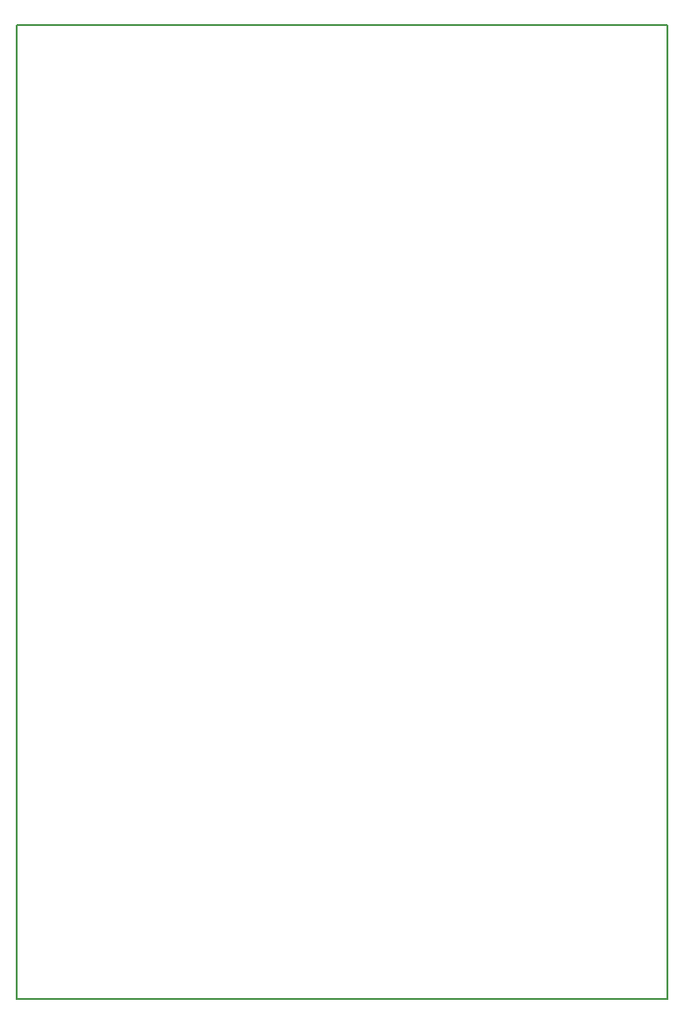
<source format=gm1>
G04 #@! TF.GenerationSoftware,KiCad,Pcbnew,(6.0.0-rc1-dev-305-gf0b8b21)*
G04 #@! TF.CreationDate,2018-11-29T17:33:20-08:00*
G04 #@! TF.ProjectId,EE173_Lab4,45453137335F4C6162342E6B69636164,rev?*
G04 #@! TF.SameCoordinates,Original*
G04 #@! TF.FileFunction,Profile,NP*
%FSLAX46Y46*%
G04 Gerber Fmt 4.6, Leading zero omitted, Abs format (unit mm)*
G04 Created by KiCad (PCBNEW (6.0.0-rc1-dev-305-gf0b8b21)) date Thursday, November 29, 2018 at 05:33:20 PM*
%MOMM*%
%LPD*%
G01*
G04 APERTURE LIST*
%ADD10C,0.150000*%
G04 APERTURE END LIST*
D10*
X264838307Y-121480910D02*
X264838307Y-32580910D01*
X205402307Y-121480910D02*
X264838307Y-121480910D01*
X205402307Y-32580910D02*
X205402307Y-121480910D01*
X264838307Y-32580910D02*
X205402307Y-32580910D01*
M02*

</source>
